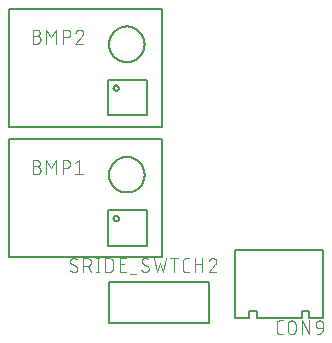
<source format=gbr>
G04 EAGLE Gerber RS-274X export*
G75*
%MOMM*%
%FSLAX34Y34*%
%LPD*%
%INSilkscreen Top*%
%IPPOS*%
%AMOC8*
5,1,8,0,0,1.08239X$1,22.5*%
G01*
%ADD10C,0.127000*%
%ADD11C,0.101600*%


D10*
X12390Y178270D02*
X12390Y78270D01*
X142390Y78270D01*
X142390Y178270D01*
X12390Y178270D01*
X96390Y88270D02*
X129390Y88270D01*
X96390Y88270D02*
X96390Y118270D01*
X129390Y118270D01*
X129390Y88270D01*
X97357Y148270D02*
X97362Y148639D01*
X97375Y149008D01*
X97398Y149376D01*
X97429Y149743D01*
X97470Y150110D01*
X97520Y150476D01*
X97578Y150840D01*
X97646Y151203D01*
X97722Y151564D01*
X97808Y151923D01*
X97902Y152279D01*
X98004Y152634D01*
X98116Y152986D01*
X98236Y153334D01*
X98364Y153680D01*
X98501Y154023D01*
X98647Y154362D01*
X98800Y154697D01*
X98962Y155029D01*
X99132Y155357D01*
X99310Y155680D01*
X99496Y155999D01*
X99689Y156313D01*
X99891Y156622D01*
X100099Y156926D01*
X100315Y157225D01*
X100539Y157519D01*
X100769Y157807D01*
X101007Y158089D01*
X101251Y158366D01*
X101502Y158636D01*
X101760Y158900D01*
X102024Y159158D01*
X102294Y159409D01*
X102571Y159653D01*
X102853Y159891D01*
X103141Y160121D01*
X103435Y160345D01*
X103734Y160561D01*
X104038Y160769D01*
X104347Y160971D01*
X104661Y161164D01*
X104980Y161350D01*
X105303Y161528D01*
X105631Y161698D01*
X105963Y161860D01*
X106298Y162013D01*
X106637Y162159D01*
X106980Y162296D01*
X107326Y162424D01*
X107674Y162544D01*
X108026Y162656D01*
X108381Y162758D01*
X108737Y162852D01*
X109096Y162938D01*
X109457Y163014D01*
X109820Y163082D01*
X110184Y163140D01*
X110550Y163190D01*
X110917Y163231D01*
X111284Y163262D01*
X111652Y163285D01*
X112021Y163298D01*
X112390Y163303D01*
X112759Y163298D01*
X113128Y163285D01*
X113496Y163262D01*
X113863Y163231D01*
X114230Y163190D01*
X114596Y163140D01*
X114960Y163082D01*
X115323Y163014D01*
X115684Y162938D01*
X116043Y162852D01*
X116399Y162758D01*
X116754Y162656D01*
X117106Y162544D01*
X117454Y162424D01*
X117800Y162296D01*
X118143Y162159D01*
X118482Y162013D01*
X118817Y161860D01*
X119149Y161698D01*
X119477Y161528D01*
X119800Y161350D01*
X120119Y161164D01*
X120433Y160971D01*
X120742Y160769D01*
X121046Y160561D01*
X121345Y160345D01*
X121639Y160121D01*
X121927Y159891D01*
X122209Y159653D01*
X122486Y159409D01*
X122756Y159158D01*
X123020Y158900D01*
X123278Y158636D01*
X123529Y158366D01*
X123773Y158089D01*
X124011Y157807D01*
X124241Y157519D01*
X124465Y157225D01*
X124681Y156926D01*
X124889Y156622D01*
X125091Y156313D01*
X125284Y155999D01*
X125470Y155680D01*
X125648Y155357D01*
X125818Y155029D01*
X125980Y154697D01*
X126133Y154362D01*
X126279Y154023D01*
X126416Y153680D01*
X126544Y153334D01*
X126664Y152986D01*
X126776Y152634D01*
X126878Y152279D01*
X126972Y151923D01*
X127058Y151564D01*
X127134Y151203D01*
X127202Y150840D01*
X127260Y150476D01*
X127310Y150110D01*
X127351Y149743D01*
X127382Y149376D01*
X127405Y149008D01*
X127418Y148639D01*
X127423Y148270D01*
X127418Y147901D01*
X127405Y147532D01*
X127382Y147164D01*
X127351Y146797D01*
X127310Y146430D01*
X127260Y146064D01*
X127202Y145700D01*
X127134Y145337D01*
X127058Y144976D01*
X126972Y144617D01*
X126878Y144261D01*
X126776Y143906D01*
X126664Y143554D01*
X126544Y143206D01*
X126416Y142860D01*
X126279Y142517D01*
X126133Y142178D01*
X125980Y141843D01*
X125818Y141511D01*
X125648Y141183D01*
X125470Y140860D01*
X125284Y140541D01*
X125091Y140227D01*
X124889Y139918D01*
X124681Y139614D01*
X124465Y139315D01*
X124241Y139021D01*
X124011Y138733D01*
X123773Y138451D01*
X123529Y138174D01*
X123278Y137904D01*
X123020Y137640D01*
X122756Y137382D01*
X122486Y137131D01*
X122209Y136887D01*
X121927Y136649D01*
X121639Y136419D01*
X121345Y136195D01*
X121046Y135979D01*
X120742Y135771D01*
X120433Y135569D01*
X120119Y135376D01*
X119800Y135190D01*
X119477Y135012D01*
X119149Y134842D01*
X118817Y134680D01*
X118482Y134527D01*
X118143Y134381D01*
X117800Y134244D01*
X117454Y134116D01*
X117106Y133996D01*
X116754Y133884D01*
X116399Y133782D01*
X116043Y133688D01*
X115684Y133602D01*
X115323Y133526D01*
X114960Y133458D01*
X114596Y133400D01*
X114230Y133350D01*
X113863Y133309D01*
X113496Y133278D01*
X113128Y133255D01*
X112759Y133242D01*
X112390Y133237D01*
X112021Y133242D01*
X111652Y133255D01*
X111284Y133278D01*
X110917Y133309D01*
X110550Y133350D01*
X110184Y133400D01*
X109820Y133458D01*
X109457Y133526D01*
X109096Y133602D01*
X108737Y133688D01*
X108381Y133782D01*
X108026Y133884D01*
X107674Y133996D01*
X107326Y134116D01*
X106980Y134244D01*
X106637Y134381D01*
X106298Y134527D01*
X105963Y134680D01*
X105631Y134842D01*
X105303Y135012D01*
X104980Y135190D01*
X104661Y135376D01*
X104347Y135569D01*
X104038Y135771D01*
X103734Y135979D01*
X103435Y136195D01*
X103141Y136419D01*
X102853Y136649D01*
X102571Y136887D01*
X102294Y137131D01*
X102024Y137382D01*
X101760Y137640D01*
X101502Y137904D01*
X101251Y138174D01*
X101007Y138451D01*
X100769Y138733D01*
X100539Y139021D01*
X100315Y139315D01*
X100099Y139614D01*
X99891Y139918D01*
X99689Y140227D01*
X99496Y140541D01*
X99310Y140860D01*
X99132Y141183D01*
X98962Y141511D01*
X98800Y141843D01*
X98647Y142178D01*
X98501Y142517D01*
X98364Y142860D01*
X98236Y143206D01*
X98116Y143554D01*
X98004Y143906D01*
X97902Y144261D01*
X97808Y144617D01*
X97722Y144976D01*
X97646Y145337D01*
X97578Y145700D01*
X97520Y146064D01*
X97470Y146430D01*
X97429Y146797D01*
X97398Y147164D01*
X97375Y147532D01*
X97362Y147901D01*
X97357Y148270D01*
X101154Y111270D02*
X101156Y111364D01*
X101162Y111458D01*
X101172Y111552D01*
X101186Y111645D01*
X101204Y111738D01*
X101225Y111830D01*
X101251Y111920D01*
X101280Y112010D01*
X101313Y112098D01*
X101350Y112185D01*
X101390Y112270D01*
X101434Y112354D01*
X101482Y112435D01*
X101532Y112515D01*
X101587Y112592D01*
X101644Y112667D01*
X101704Y112739D01*
X101768Y112809D01*
X101834Y112876D01*
X101903Y112940D01*
X101975Y113001D01*
X102049Y113059D01*
X102126Y113114D01*
X102205Y113166D01*
X102286Y113214D01*
X102369Y113259D01*
X102453Y113300D01*
X102540Y113338D01*
X102628Y113372D01*
X102717Y113402D01*
X102807Y113429D01*
X102899Y113451D01*
X102991Y113470D01*
X103085Y113485D01*
X103178Y113496D01*
X103272Y113503D01*
X103366Y113506D01*
X103461Y113505D01*
X103555Y113500D01*
X103649Y113491D01*
X103742Y113478D01*
X103835Y113461D01*
X103927Y113441D01*
X104018Y113416D01*
X104108Y113388D01*
X104196Y113356D01*
X104284Y113320D01*
X104369Y113280D01*
X104453Y113237D01*
X104535Y113191D01*
X104615Y113141D01*
X104693Y113087D01*
X104768Y113031D01*
X104841Y112971D01*
X104912Y112908D01*
X104979Y112843D01*
X105044Y112774D01*
X105106Y112703D01*
X105165Y112630D01*
X105221Y112554D01*
X105273Y112475D01*
X105322Y112395D01*
X105368Y112312D01*
X105410Y112228D01*
X105449Y112142D01*
X105484Y112054D01*
X105515Y111965D01*
X105543Y111875D01*
X105566Y111784D01*
X105586Y111692D01*
X105602Y111599D01*
X105614Y111505D01*
X105622Y111411D01*
X105626Y111317D01*
X105626Y111223D01*
X105622Y111129D01*
X105614Y111035D01*
X105602Y110941D01*
X105586Y110848D01*
X105566Y110756D01*
X105543Y110665D01*
X105515Y110575D01*
X105484Y110486D01*
X105449Y110398D01*
X105410Y110312D01*
X105368Y110228D01*
X105322Y110145D01*
X105273Y110065D01*
X105221Y109986D01*
X105165Y109910D01*
X105106Y109837D01*
X105044Y109766D01*
X104979Y109697D01*
X104912Y109632D01*
X104841Y109569D01*
X104768Y109509D01*
X104693Y109453D01*
X104615Y109399D01*
X104535Y109349D01*
X104453Y109303D01*
X104369Y109260D01*
X104284Y109220D01*
X104196Y109184D01*
X104108Y109152D01*
X104018Y109124D01*
X103927Y109099D01*
X103835Y109079D01*
X103742Y109062D01*
X103649Y109049D01*
X103555Y109040D01*
X103461Y109035D01*
X103366Y109034D01*
X103272Y109037D01*
X103178Y109044D01*
X103085Y109055D01*
X102991Y109070D01*
X102899Y109089D01*
X102807Y109111D01*
X102717Y109138D01*
X102628Y109168D01*
X102540Y109202D01*
X102453Y109240D01*
X102369Y109281D01*
X102286Y109326D01*
X102205Y109374D01*
X102126Y109426D01*
X102049Y109481D01*
X101975Y109539D01*
X101903Y109600D01*
X101834Y109664D01*
X101768Y109731D01*
X101704Y109801D01*
X101644Y109873D01*
X101587Y109948D01*
X101532Y110025D01*
X101482Y110105D01*
X101434Y110186D01*
X101390Y110270D01*
X101350Y110355D01*
X101313Y110442D01*
X101280Y110530D01*
X101251Y110620D01*
X101225Y110710D01*
X101204Y110802D01*
X101186Y110895D01*
X101172Y110988D01*
X101162Y111082D01*
X101156Y111176D01*
X101154Y111270D01*
D11*
X36144Y155269D02*
X32898Y155269D01*
X36144Y155270D02*
X36257Y155268D01*
X36370Y155262D01*
X36483Y155252D01*
X36596Y155238D01*
X36708Y155221D01*
X36819Y155199D01*
X36929Y155174D01*
X37039Y155144D01*
X37147Y155111D01*
X37254Y155074D01*
X37360Y155034D01*
X37464Y154989D01*
X37567Y154941D01*
X37668Y154890D01*
X37767Y154835D01*
X37864Y154777D01*
X37959Y154715D01*
X38052Y154650D01*
X38142Y154582D01*
X38230Y154511D01*
X38316Y154436D01*
X38399Y154359D01*
X38479Y154279D01*
X38556Y154196D01*
X38631Y154110D01*
X38702Y154022D01*
X38770Y153932D01*
X38835Y153839D01*
X38897Y153744D01*
X38955Y153647D01*
X39010Y153548D01*
X39061Y153447D01*
X39109Y153344D01*
X39154Y153240D01*
X39194Y153134D01*
X39231Y153027D01*
X39264Y152919D01*
X39294Y152809D01*
X39319Y152699D01*
X39341Y152588D01*
X39358Y152476D01*
X39372Y152363D01*
X39382Y152250D01*
X39388Y152137D01*
X39390Y152024D01*
X39388Y151911D01*
X39382Y151798D01*
X39372Y151685D01*
X39358Y151572D01*
X39341Y151460D01*
X39319Y151349D01*
X39294Y151239D01*
X39264Y151129D01*
X39231Y151021D01*
X39194Y150914D01*
X39154Y150808D01*
X39109Y150704D01*
X39061Y150601D01*
X39010Y150500D01*
X38955Y150401D01*
X38897Y150304D01*
X38835Y150209D01*
X38770Y150116D01*
X38702Y150026D01*
X38631Y149938D01*
X38556Y149852D01*
X38479Y149769D01*
X38399Y149689D01*
X38316Y149612D01*
X38230Y149537D01*
X38142Y149466D01*
X38052Y149398D01*
X37959Y149333D01*
X37864Y149271D01*
X37767Y149213D01*
X37668Y149158D01*
X37567Y149107D01*
X37464Y149059D01*
X37360Y149014D01*
X37254Y148974D01*
X37147Y148937D01*
X37039Y148904D01*
X36929Y148874D01*
X36819Y148849D01*
X36708Y148827D01*
X36596Y148810D01*
X36483Y148796D01*
X36370Y148786D01*
X36257Y148780D01*
X36144Y148778D01*
X32898Y148778D01*
X32898Y160462D01*
X36144Y160462D01*
X36245Y160460D01*
X36345Y160454D01*
X36445Y160444D01*
X36545Y160431D01*
X36644Y160413D01*
X36743Y160392D01*
X36840Y160367D01*
X36937Y160338D01*
X37032Y160305D01*
X37126Y160269D01*
X37218Y160229D01*
X37309Y160186D01*
X37398Y160139D01*
X37485Y160089D01*
X37571Y160035D01*
X37654Y159978D01*
X37734Y159918D01*
X37813Y159855D01*
X37889Y159788D01*
X37962Y159719D01*
X38032Y159647D01*
X38100Y159573D01*
X38165Y159496D01*
X38226Y159416D01*
X38285Y159334D01*
X38340Y159250D01*
X38392Y159164D01*
X38441Y159076D01*
X38486Y158986D01*
X38528Y158894D01*
X38566Y158801D01*
X38600Y158706D01*
X38631Y158611D01*
X38658Y158514D01*
X38681Y158416D01*
X38701Y158317D01*
X38716Y158217D01*
X38728Y158117D01*
X38736Y158017D01*
X38740Y157916D01*
X38740Y157816D01*
X38736Y157715D01*
X38728Y157615D01*
X38716Y157515D01*
X38701Y157415D01*
X38681Y157316D01*
X38658Y157218D01*
X38631Y157121D01*
X38600Y157026D01*
X38566Y156931D01*
X38528Y156838D01*
X38486Y156746D01*
X38441Y156656D01*
X38392Y156568D01*
X38340Y156482D01*
X38285Y156398D01*
X38226Y156316D01*
X38165Y156236D01*
X38100Y156159D01*
X38032Y156085D01*
X37962Y156013D01*
X37889Y155944D01*
X37813Y155877D01*
X37734Y155814D01*
X37654Y155754D01*
X37571Y155697D01*
X37485Y155643D01*
X37398Y155593D01*
X37309Y155546D01*
X37218Y155503D01*
X37126Y155463D01*
X37032Y155427D01*
X36937Y155394D01*
X36840Y155365D01*
X36743Y155340D01*
X36644Y155319D01*
X36545Y155301D01*
X36445Y155288D01*
X36345Y155278D01*
X36245Y155272D01*
X36144Y155270D01*
X44272Y160462D02*
X44272Y148778D01*
X48166Y153971D02*
X44272Y160462D01*
X48166Y153971D02*
X52061Y160462D01*
X52061Y148778D01*
X58044Y148778D02*
X58044Y160462D01*
X61290Y160462D01*
X61403Y160460D01*
X61516Y160454D01*
X61629Y160444D01*
X61742Y160430D01*
X61854Y160413D01*
X61965Y160391D01*
X62075Y160366D01*
X62185Y160336D01*
X62293Y160303D01*
X62400Y160266D01*
X62506Y160226D01*
X62610Y160181D01*
X62713Y160133D01*
X62814Y160082D01*
X62913Y160027D01*
X63010Y159969D01*
X63105Y159907D01*
X63198Y159842D01*
X63288Y159774D01*
X63376Y159703D01*
X63462Y159628D01*
X63545Y159551D01*
X63625Y159471D01*
X63702Y159388D01*
X63777Y159302D01*
X63848Y159214D01*
X63916Y159124D01*
X63981Y159031D01*
X64043Y158936D01*
X64101Y158839D01*
X64156Y158740D01*
X64207Y158639D01*
X64255Y158536D01*
X64300Y158432D01*
X64340Y158326D01*
X64377Y158219D01*
X64410Y158111D01*
X64440Y158001D01*
X64465Y157891D01*
X64487Y157780D01*
X64504Y157668D01*
X64518Y157555D01*
X64528Y157442D01*
X64534Y157329D01*
X64536Y157216D01*
X64534Y157103D01*
X64528Y156990D01*
X64518Y156877D01*
X64504Y156764D01*
X64487Y156652D01*
X64465Y156541D01*
X64440Y156431D01*
X64410Y156321D01*
X64377Y156213D01*
X64340Y156106D01*
X64300Y156000D01*
X64255Y155896D01*
X64207Y155793D01*
X64156Y155692D01*
X64101Y155593D01*
X64043Y155496D01*
X63981Y155401D01*
X63916Y155308D01*
X63848Y155218D01*
X63777Y155130D01*
X63702Y155044D01*
X63625Y154961D01*
X63545Y154881D01*
X63462Y154804D01*
X63376Y154729D01*
X63288Y154658D01*
X63198Y154590D01*
X63105Y154525D01*
X63010Y154463D01*
X62913Y154405D01*
X62814Y154350D01*
X62713Y154299D01*
X62610Y154251D01*
X62506Y154206D01*
X62400Y154166D01*
X62293Y154129D01*
X62185Y154096D01*
X62075Y154066D01*
X61965Y154041D01*
X61854Y154019D01*
X61742Y154002D01*
X61629Y153988D01*
X61516Y153978D01*
X61403Y153972D01*
X61290Y153970D01*
X61290Y153971D02*
X58044Y153971D01*
X68924Y157866D02*
X72169Y160462D01*
X72169Y148778D01*
X68924Y148778D02*
X75415Y148778D01*
D10*
X12390Y188760D02*
X12390Y288760D01*
X12390Y188760D02*
X142390Y188760D01*
X142390Y288760D01*
X12390Y288760D01*
X96390Y198760D02*
X129390Y198760D01*
X96390Y198760D02*
X96390Y228760D01*
X129390Y228760D01*
X129390Y198760D01*
X97357Y258760D02*
X97362Y259129D01*
X97375Y259498D01*
X97398Y259866D01*
X97429Y260233D01*
X97470Y260600D01*
X97520Y260966D01*
X97578Y261330D01*
X97646Y261693D01*
X97722Y262054D01*
X97808Y262413D01*
X97902Y262769D01*
X98004Y263124D01*
X98116Y263476D01*
X98236Y263824D01*
X98364Y264170D01*
X98501Y264513D01*
X98647Y264852D01*
X98800Y265187D01*
X98962Y265519D01*
X99132Y265847D01*
X99310Y266170D01*
X99496Y266489D01*
X99689Y266803D01*
X99891Y267112D01*
X100099Y267416D01*
X100315Y267715D01*
X100539Y268009D01*
X100769Y268297D01*
X101007Y268579D01*
X101251Y268856D01*
X101502Y269126D01*
X101760Y269390D01*
X102024Y269648D01*
X102294Y269899D01*
X102571Y270143D01*
X102853Y270381D01*
X103141Y270611D01*
X103435Y270835D01*
X103734Y271051D01*
X104038Y271259D01*
X104347Y271461D01*
X104661Y271654D01*
X104980Y271840D01*
X105303Y272018D01*
X105631Y272188D01*
X105963Y272350D01*
X106298Y272503D01*
X106637Y272649D01*
X106980Y272786D01*
X107326Y272914D01*
X107674Y273034D01*
X108026Y273146D01*
X108381Y273248D01*
X108737Y273342D01*
X109096Y273428D01*
X109457Y273504D01*
X109820Y273572D01*
X110184Y273630D01*
X110550Y273680D01*
X110917Y273721D01*
X111284Y273752D01*
X111652Y273775D01*
X112021Y273788D01*
X112390Y273793D01*
X112759Y273788D01*
X113128Y273775D01*
X113496Y273752D01*
X113863Y273721D01*
X114230Y273680D01*
X114596Y273630D01*
X114960Y273572D01*
X115323Y273504D01*
X115684Y273428D01*
X116043Y273342D01*
X116399Y273248D01*
X116754Y273146D01*
X117106Y273034D01*
X117454Y272914D01*
X117800Y272786D01*
X118143Y272649D01*
X118482Y272503D01*
X118817Y272350D01*
X119149Y272188D01*
X119477Y272018D01*
X119800Y271840D01*
X120119Y271654D01*
X120433Y271461D01*
X120742Y271259D01*
X121046Y271051D01*
X121345Y270835D01*
X121639Y270611D01*
X121927Y270381D01*
X122209Y270143D01*
X122486Y269899D01*
X122756Y269648D01*
X123020Y269390D01*
X123278Y269126D01*
X123529Y268856D01*
X123773Y268579D01*
X124011Y268297D01*
X124241Y268009D01*
X124465Y267715D01*
X124681Y267416D01*
X124889Y267112D01*
X125091Y266803D01*
X125284Y266489D01*
X125470Y266170D01*
X125648Y265847D01*
X125818Y265519D01*
X125980Y265187D01*
X126133Y264852D01*
X126279Y264513D01*
X126416Y264170D01*
X126544Y263824D01*
X126664Y263476D01*
X126776Y263124D01*
X126878Y262769D01*
X126972Y262413D01*
X127058Y262054D01*
X127134Y261693D01*
X127202Y261330D01*
X127260Y260966D01*
X127310Y260600D01*
X127351Y260233D01*
X127382Y259866D01*
X127405Y259498D01*
X127418Y259129D01*
X127423Y258760D01*
X127418Y258391D01*
X127405Y258022D01*
X127382Y257654D01*
X127351Y257287D01*
X127310Y256920D01*
X127260Y256554D01*
X127202Y256190D01*
X127134Y255827D01*
X127058Y255466D01*
X126972Y255107D01*
X126878Y254751D01*
X126776Y254396D01*
X126664Y254044D01*
X126544Y253696D01*
X126416Y253350D01*
X126279Y253007D01*
X126133Y252668D01*
X125980Y252333D01*
X125818Y252001D01*
X125648Y251673D01*
X125470Y251350D01*
X125284Y251031D01*
X125091Y250717D01*
X124889Y250408D01*
X124681Y250104D01*
X124465Y249805D01*
X124241Y249511D01*
X124011Y249223D01*
X123773Y248941D01*
X123529Y248664D01*
X123278Y248394D01*
X123020Y248130D01*
X122756Y247872D01*
X122486Y247621D01*
X122209Y247377D01*
X121927Y247139D01*
X121639Y246909D01*
X121345Y246685D01*
X121046Y246469D01*
X120742Y246261D01*
X120433Y246059D01*
X120119Y245866D01*
X119800Y245680D01*
X119477Y245502D01*
X119149Y245332D01*
X118817Y245170D01*
X118482Y245017D01*
X118143Y244871D01*
X117800Y244734D01*
X117454Y244606D01*
X117106Y244486D01*
X116754Y244374D01*
X116399Y244272D01*
X116043Y244178D01*
X115684Y244092D01*
X115323Y244016D01*
X114960Y243948D01*
X114596Y243890D01*
X114230Y243840D01*
X113863Y243799D01*
X113496Y243768D01*
X113128Y243745D01*
X112759Y243732D01*
X112390Y243727D01*
X112021Y243732D01*
X111652Y243745D01*
X111284Y243768D01*
X110917Y243799D01*
X110550Y243840D01*
X110184Y243890D01*
X109820Y243948D01*
X109457Y244016D01*
X109096Y244092D01*
X108737Y244178D01*
X108381Y244272D01*
X108026Y244374D01*
X107674Y244486D01*
X107326Y244606D01*
X106980Y244734D01*
X106637Y244871D01*
X106298Y245017D01*
X105963Y245170D01*
X105631Y245332D01*
X105303Y245502D01*
X104980Y245680D01*
X104661Y245866D01*
X104347Y246059D01*
X104038Y246261D01*
X103734Y246469D01*
X103435Y246685D01*
X103141Y246909D01*
X102853Y247139D01*
X102571Y247377D01*
X102294Y247621D01*
X102024Y247872D01*
X101760Y248130D01*
X101502Y248394D01*
X101251Y248664D01*
X101007Y248941D01*
X100769Y249223D01*
X100539Y249511D01*
X100315Y249805D01*
X100099Y250104D01*
X99891Y250408D01*
X99689Y250717D01*
X99496Y251031D01*
X99310Y251350D01*
X99132Y251673D01*
X98962Y252001D01*
X98800Y252333D01*
X98647Y252668D01*
X98501Y253007D01*
X98364Y253350D01*
X98236Y253696D01*
X98116Y254044D01*
X98004Y254396D01*
X97902Y254751D01*
X97808Y255107D01*
X97722Y255466D01*
X97646Y255827D01*
X97578Y256190D01*
X97520Y256554D01*
X97470Y256920D01*
X97429Y257287D01*
X97398Y257654D01*
X97375Y258022D01*
X97362Y258391D01*
X97357Y258760D01*
X101154Y221760D02*
X101156Y221854D01*
X101162Y221948D01*
X101172Y222042D01*
X101186Y222135D01*
X101204Y222228D01*
X101225Y222320D01*
X101251Y222410D01*
X101280Y222500D01*
X101313Y222588D01*
X101350Y222675D01*
X101390Y222760D01*
X101434Y222844D01*
X101482Y222925D01*
X101532Y223005D01*
X101587Y223082D01*
X101644Y223157D01*
X101704Y223229D01*
X101768Y223299D01*
X101834Y223366D01*
X101903Y223430D01*
X101975Y223491D01*
X102049Y223549D01*
X102126Y223604D01*
X102205Y223656D01*
X102286Y223704D01*
X102369Y223749D01*
X102453Y223790D01*
X102540Y223828D01*
X102628Y223862D01*
X102717Y223892D01*
X102807Y223919D01*
X102899Y223941D01*
X102991Y223960D01*
X103085Y223975D01*
X103178Y223986D01*
X103272Y223993D01*
X103366Y223996D01*
X103461Y223995D01*
X103555Y223990D01*
X103649Y223981D01*
X103742Y223968D01*
X103835Y223951D01*
X103927Y223931D01*
X104018Y223906D01*
X104108Y223878D01*
X104196Y223846D01*
X104284Y223810D01*
X104369Y223770D01*
X104453Y223727D01*
X104535Y223681D01*
X104615Y223631D01*
X104693Y223577D01*
X104768Y223521D01*
X104841Y223461D01*
X104912Y223398D01*
X104979Y223333D01*
X105044Y223264D01*
X105106Y223193D01*
X105165Y223120D01*
X105221Y223044D01*
X105273Y222965D01*
X105322Y222885D01*
X105368Y222802D01*
X105410Y222718D01*
X105449Y222632D01*
X105484Y222544D01*
X105515Y222455D01*
X105543Y222365D01*
X105566Y222274D01*
X105586Y222182D01*
X105602Y222089D01*
X105614Y221995D01*
X105622Y221901D01*
X105626Y221807D01*
X105626Y221713D01*
X105622Y221619D01*
X105614Y221525D01*
X105602Y221431D01*
X105586Y221338D01*
X105566Y221246D01*
X105543Y221155D01*
X105515Y221065D01*
X105484Y220976D01*
X105449Y220888D01*
X105410Y220802D01*
X105368Y220718D01*
X105322Y220635D01*
X105273Y220555D01*
X105221Y220476D01*
X105165Y220400D01*
X105106Y220327D01*
X105044Y220256D01*
X104979Y220187D01*
X104912Y220122D01*
X104841Y220059D01*
X104768Y219999D01*
X104693Y219943D01*
X104615Y219889D01*
X104535Y219839D01*
X104453Y219793D01*
X104369Y219750D01*
X104284Y219710D01*
X104196Y219674D01*
X104108Y219642D01*
X104018Y219614D01*
X103927Y219589D01*
X103835Y219569D01*
X103742Y219552D01*
X103649Y219539D01*
X103555Y219530D01*
X103461Y219525D01*
X103366Y219524D01*
X103272Y219527D01*
X103178Y219534D01*
X103085Y219545D01*
X102991Y219560D01*
X102899Y219579D01*
X102807Y219601D01*
X102717Y219628D01*
X102628Y219658D01*
X102540Y219692D01*
X102453Y219730D01*
X102369Y219771D01*
X102286Y219816D01*
X102205Y219864D01*
X102126Y219916D01*
X102049Y219971D01*
X101975Y220029D01*
X101903Y220090D01*
X101834Y220154D01*
X101768Y220221D01*
X101704Y220291D01*
X101644Y220363D01*
X101587Y220438D01*
X101532Y220515D01*
X101482Y220595D01*
X101434Y220676D01*
X101390Y220760D01*
X101350Y220845D01*
X101313Y220932D01*
X101280Y221020D01*
X101251Y221110D01*
X101225Y221200D01*
X101204Y221292D01*
X101186Y221385D01*
X101172Y221478D01*
X101162Y221572D01*
X101156Y221666D01*
X101154Y221760D01*
D11*
X36144Y265759D02*
X32898Y265759D01*
X36144Y265760D02*
X36257Y265758D01*
X36370Y265752D01*
X36483Y265742D01*
X36596Y265728D01*
X36708Y265711D01*
X36819Y265689D01*
X36929Y265664D01*
X37039Y265634D01*
X37147Y265601D01*
X37254Y265564D01*
X37360Y265524D01*
X37464Y265479D01*
X37567Y265431D01*
X37668Y265380D01*
X37767Y265325D01*
X37864Y265267D01*
X37959Y265205D01*
X38052Y265140D01*
X38142Y265072D01*
X38230Y265001D01*
X38316Y264926D01*
X38399Y264849D01*
X38479Y264769D01*
X38556Y264686D01*
X38631Y264600D01*
X38702Y264512D01*
X38770Y264422D01*
X38835Y264329D01*
X38897Y264234D01*
X38955Y264137D01*
X39010Y264038D01*
X39061Y263937D01*
X39109Y263834D01*
X39154Y263730D01*
X39194Y263624D01*
X39231Y263517D01*
X39264Y263409D01*
X39294Y263299D01*
X39319Y263189D01*
X39341Y263078D01*
X39358Y262966D01*
X39372Y262853D01*
X39382Y262740D01*
X39388Y262627D01*
X39390Y262514D01*
X39388Y262401D01*
X39382Y262288D01*
X39372Y262175D01*
X39358Y262062D01*
X39341Y261950D01*
X39319Y261839D01*
X39294Y261729D01*
X39264Y261619D01*
X39231Y261511D01*
X39194Y261404D01*
X39154Y261298D01*
X39109Y261194D01*
X39061Y261091D01*
X39010Y260990D01*
X38955Y260891D01*
X38897Y260794D01*
X38835Y260699D01*
X38770Y260606D01*
X38702Y260516D01*
X38631Y260428D01*
X38556Y260342D01*
X38479Y260259D01*
X38399Y260179D01*
X38316Y260102D01*
X38230Y260027D01*
X38142Y259956D01*
X38052Y259888D01*
X37959Y259823D01*
X37864Y259761D01*
X37767Y259703D01*
X37668Y259648D01*
X37567Y259597D01*
X37464Y259549D01*
X37360Y259504D01*
X37254Y259464D01*
X37147Y259427D01*
X37039Y259394D01*
X36929Y259364D01*
X36819Y259339D01*
X36708Y259317D01*
X36596Y259300D01*
X36483Y259286D01*
X36370Y259276D01*
X36257Y259270D01*
X36144Y259268D01*
X32898Y259268D01*
X32898Y270952D01*
X36144Y270952D01*
X36245Y270950D01*
X36345Y270944D01*
X36445Y270934D01*
X36545Y270921D01*
X36644Y270903D01*
X36743Y270882D01*
X36840Y270857D01*
X36937Y270828D01*
X37032Y270795D01*
X37126Y270759D01*
X37218Y270719D01*
X37309Y270676D01*
X37398Y270629D01*
X37485Y270579D01*
X37571Y270525D01*
X37654Y270468D01*
X37734Y270408D01*
X37813Y270345D01*
X37889Y270278D01*
X37962Y270209D01*
X38032Y270137D01*
X38100Y270063D01*
X38165Y269986D01*
X38226Y269906D01*
X38285Y269824D01*
X38340Y269740D01*
X38392Y269654D01*
X38441Y269566D01*
X38486Y269476D01*
X38528Y269384D01*
X38566Y269291D01*
X38600Y269196D01*
X38631Y269101D01*
X38658Y269004D01*
X38681Y268906D01*
X38701Y268807D01*
X38716Y268707D01*
X38728Y268607D01*
X38736Y268507D01*
X38740Y268406D01*
X38740Y268306D01*
X38736Y268205D01*
X38728Y268105D01*
X38716Y268005D01*
X38701Y267905D01*
X38681Y267806D01*
X38658Y267708D01*
X38631Y267611D01*
X38600Y267516D01*
X38566Y267421D01*
X38528Y267328D01*
X38486Y267236D01*
X38441Y267146D01*
X38392Y267058D01*
X38340Y266972D01*
X38285Y266888D01*
X38226Y266806D01*
X38165Y266726D01*
X38100Y266649D01*
X38032Y266575D01*
X37962Y266503D01*
X37889Y266434D01*
X37813Y266367D01*
X37734Y266304D01*
X37654Y266244D01*
X37571Y266187D01*
X37485Y266133D01*
X37398Y266083D01*
X37309Y266036D01*
X37218Y265993D01*
X37126Y265953D01*
X37032Y265917D01*
X36937Y265884D01*
X36840Y265855D01*
X36743Y265830D01*
X36644Y265809D01*
X36545Y265791D01*
X36445Y265778D01*
X36345Y265768D01*
X36245Y265762D01*
X36144Y265760D01*
X44272Y270952D02*
X44272Y259268D01*
X48166Y264461D02*
X44272Y270952D01*
X48166Y264461D02*
X52061Y270952D01*
X52061Y259268D01*
X58044Y259268D02*
X58044Y270952D01*
X61290Y270952D01*
X61403Y270950D01*
X61516Y270944D01*
X61629Y270934D01*
X61742Y270920D01*
X61854Y270903D01*
X61965Y270881D01*
X62075Y270856D01*
X62185Y270826D01*
X62293Y270793D01*
X62400Y270756D01*
X62506Y270716D01*
X62610Y270671D01*
X62713Y270623D01*
X62814Y270572D01*
X62913Y270517D01*
X63010Y270459D01*
X63105Y270397D01*
X63198Y270332D01*
X63288Y270264D01*
X63376Y270193D01*
X63462Y270118D01*
X63545Y270041D01*
X63625Y269961D01*
X63702Y269878D01*
X63777Y269792D01*
X63848Y269704D01*
X63916Y269614D01*
X63981Y269521D01*
X64043Y269426D01*
X64101Y269329D01*
X64156Y269230D01*
X64207Y269129D01*
X64255Y269026D01*
X64300Y268922D01*
X64340Y268816D01*
X64377Y268709D01*
X64410Y268601D01*
X64440Y268491D01*
X64465Y268381D01*
X64487Y268270D01*
X64504Y268158D01*
X64518Y268045D01*
X64528Y267932D01*
X64534Y267819D01*
X64536Y267706D01*
X64534Y267593D01*
X64528Y267480D01*
X64518Y267367D01*
X64504Y267254D01*
X64487Y267142D01*
X64465Y267031D01*
X64440Y266921D01*
X64410Y266811D01*
X64377Y266703D01*
X64340Y266596D01*
X64300Y266490D01*
X64255Y266386D01*
X64207Y266283D01*
X64156Y266182D01*
X64101Y266083D01*
X64043Y265986D01*
X63981Y265891D01*
X63916Y265798D01*
X63848Y265708D01*
X63777Y265620D01*
X63702Y265534D01*
X63625Y265451D01*
X63545Y265371D01*
X63462Y265294D01*
X63376Y265219D01*
X63288Y265148D01*
X63198Y265080D01*
X63105Y265015D01*
X63010Y264953D01*
X62913Y264895D01*
X62814Y264840D01*
X62713Y264789D01*
X62610Y264741D01*
X62506Y264696D01*
X62400Y264656D01*
X62293Y264619D01*
X62185Y264586D01*
X62075Y264556D01*
X61965Y264531D01*
X61854Y264509D01*
X61742Y264492D01*
X61629Y264478D01*
X61516Y264468D01*
X61403Y264462D01*
X61290Y264460D01*
X61290Y264461D02*
X58044Y264461D01*
X72494Y270952D02*
X72601Y270950D01*
X72707Y270944D01*
X72813Y270934D01*
X72919Y270921D01*
X73025Y270903D01*
X73129Y270882D01*
X73233Y270857D01*
X73336Y270828D01*
X73437Y270796D01*
X73537Y270759D01*
X73636Y270719D01*
X73734Y270676D01*
X73830Y270629D01*
X73924Y270578D01*
X74016Y270524D01*
X74106Y270467D01*
X74194Y270407D01*
X74279Y270343D01*
X74362Y270276D01*
X74443Y270206D01*
X74521Y270134D01*
X74597Y270058D01*
X74669Y269980D01*
X74739Y269899D01*
X74806Y269816D01*
X74870Y269731D01*
X74930Y269643D01*
X74987Y269553D01*
X75041Y269461D01*
X75092Y269367D01*
X75139Y269271D01*
X75182Y269173D01*
X75222Y269074D01*
X75259Y268974D01*
X75291Y268873D01*
X75320Y268770D01*
X75345Y268666D01*
X75366Y268562D01*
X75384Y268456D01*
X75397Y268350D01*
X75407Y268244D01*
X75413Y268138D01*
X75415Y268031D01*
X72494Y270952D02*
X72373Y270950D01*
X72252Y270944D01*
X72132Y270934D01*
X72011Y270921D01*
X71892Y270903D01*
X71772Y270882D01*
X71654Y270857D01*
X71537Y270828D01*
X71420Y270795D01*
X71305Y270759D01*
X71191Y270718D01*
X71078Y270675D01*
X70966Y270627D01*
X70857Y270576D01*
X70749Y270521D01*
X70642Y270463D01*
X70538Y270402D01*
X70436Y270337D01*
X70336Y270269D01*
X70238Y270198D01*
X70142Y270124D01*
X70049Y270047D01*
X69959Y269966D01*
X69871Y269883D01*
X69786Y269797D01*
X69703Y269708D01*
X69624Y269617D01*
X69547Y269523D01*
X69474Y269427D01*
X69404Y269329D01*
X69337Y269228D01*
X69273Y269125D01*
X69213Y269020D01*
X69156Y268913D01*
X69102Y268805D01*
X69052Y268695D01*
X69006Y268583D01*
X68963Y268470D01*
X68924Y268355D01*
X74441Y265759D02*
X74520Y265836D01*
X74596Y265917D01*
X74669Y266000D01*
X74739Y266085D01*
X74806Y266173D01*
X74870Y266263D01*
X74930Y266355D01*
X74987Y266450D01*
X75041Y266546D01*
X75092Y266644D01*
X75139Y266744D01*
X75183Y266846D01*
X75223Y266949D01*
X75259Y267053D01*
X75291Y267159D01*
X75320Y267265D01*
X75345Y267373D01*
X75367Y267481D01*
X75384Y267591D01*
X75398Y267700D01*
X75407Y267810D01*
X75413Y267921D01*
X75415Y268031D01*
X74441Y265759D02*
X68924Y259268D01*
X75415Y259268D01*
D10*
X266700Y27300D02*
X278500Y27300D01*
X204100Y27300D02*
X204100Y84800D01*
X278500Y84800D01*
X278500Y27300D01*
X266700Y27300D02*
X266700Y33020D01*
X260350Y33020D01*
X260350Y27300D01*
X222250Y27300D02*
X222250Y33020D01*
X215900Y33020D01*
X215900Y27300D01*
X204100Y27300D01*
X222250Y27300D02*
X260350Y27300D01*
D11*
X244414Y13208D02*
X241817Y13208D01*
X241718Y13210D01*
X241618Y13216D01*
X241519Y13225D01*
X241421Y13238D01*
X241323Y13255D01*
X241225Y13276D01*
X241129Y13301D01*
X241034Y13329D01*
X240940Y13361D01*
X240847Y13396D01*
X240755Y13435D01*
X240665Y13478D01*
X240577Y13523D01*
X240490Y13573D01*
X240406Y13625D01*
X240323Y13681D01*
X240243Y13739D01*
X240165Y13801D01*
X240090Y13866D01*
X240017Y13934D01*
X239947Y14004D01*
X239879Y14077D01*
X239814Y14152D01*
X239752Y14230D01*
X239694Y14310D01*
X239638Y14393D01*
X239586Y14477D01*
X239536Y14564D01*
X239491Y14652D01*
X239448Y14742D01*
X239409Y14834D01*
X239374Y14927D01*
X239342Y15021D01*
X239314Y15116D01*
X239289Y15212D01*
X239268Y15310D01*
X239251Y15408D01*
X239238Y15506D01*
X239229Y15605D01*
X239223Y15705D01*
X239221Y15804D01*
X239221Y22296D01*
X239223Y22395D01*
X239229Y22495D01*
X239238Y22594D01*
X239251Y22692D01*
X239268Y22790D01*
X239289Y22888D01*
X239314Y22984D01*
X239342Y23079D01*
X239374Y23173D01*
X239409Y23266D01*
X239448Y23358D01*
X239491Y23448D01*
X239536Y23536D01*
X239586Y23623D01*
X239638Y23707D01*
X239694Y23790D01*
X239752Y23870D01*
X239814Y23948D01*
X239879Y24023D01*
X239947Y24096D01*
X240017Y24166D01*
X240090Y24234D01*
X240165Y24299D01*
X240243Y24361D01*
X240323Y24419D01*
X240406Y24475D01*
X240490Y24527D01*
X240577Y24577D01*
X240665Y24622D01*
X240755Y24665D01*
X240847Y24704D01*
X240939Y24739D01*
X241034Y24771D01*
X241129Y24799D01*
X241225Y24824D01*
X241323Y24845D01*
X241421Y24862D01*
X241519Y24875D01*
X241618Y24884D01*
X241718Y24890D01*
X241817Y24892D01*
X244414Y24892D01*
X248779Y21646D02*
X248779Y16454D01*
X248779Y21646D02*
X248781Y21759D01*
X248787Y21872D01*
X248797Y21985D01*
X248811Y22098D01*
X248828Y22210D01*
X248850Y22321D01*
X248875Y22431D01*
X248905Y22541D01*
X248938Y22649D01*
X248975Y22756D01*
X249015Y22862D01*
X249060Y22966D01*
X249108Y23069D01*
X249159Y23170D01*
X249214Y23269D01*
X249272Y23366D01*
X249334Y23461D01*
X249399Y23554D01*
X249467Y23644D01*
X249538Y23732D01*
X249613Y23818D01*
X249690Y23901D01*
X249770Y23981D01*
X249853Y24058D01*
X249939Y24133D01*
X250027Y24204D01*
X250117Y24272D01*
X250210Y24337D01*
X250305Y24399D01*
X250402Y24457D01*
X250501Y24512D01*
X250602Y24563D01*
X250705Y24611D01*
X250809Y24656D01*
X250915Y24696D01*
X251022Y24733D01*
X251130Y24766D01*
X251240Y24796D01*
X251350Y24821D01*
X251461Y24843D01*
X251573Y24860D01*
X251686Y24874D01*
X251799Y24884D01*
X251912Y24890D01*
X252025Y24892D01*
X252138Y24890D01*
X252251Y24884D01*
X252364Y24874D01*
X252477Y24860D01*
X252589Y24843D01*
X252700Y24821D01*
X252810Y24796D01*
X252920Y24766D01*
X253028Y24733D01*
X253135Y24696D01*
X253241Y24656D01*
X253345Y24611D01*
X253448Y24563D01*
X253549Y24512D01*
X253648Y24457D01*
X253745Y24399D01*
X253840Y24337D01*
X253933Y24272D01*
X254023Y24204D01*
X254111Y24133D01*
X254197Y24058D01*
X254280Y23981D01*
X254360Y23901D01*
X254437Y23818D01*
X254512Y23732D01*
X254583Y23644D01*
X254651Y23554D01*
X254716Y23461D01*
X254778Y23366D01*
X254836Y23269D01*
X254891Y23170D01*
X254942Y23069D01*
X254990Y22966D01*
X255035Y22862D01*
X255075Y22756D01*
X255112Y22649D01*
X255145Y22541D01*
X255175Y22431D01*
X255200Y22321D01*
X255222Y22210D01*
X255239Y22098D01*
X255253Y21985D01*
X255263Y21872D01*
X255269Y21759D01*
X255271Y21646D01*
X255270Y21646D02*
X255270Y16454D01*
X255271Y16454D02*
X255269Y16341D01*
X255263Y16228D01*
X255253Y16115D01*
X255239Y16002D01*
X255222Y15890D01*
X255200Y15779D01*
X255175Y15669D01*
X255145Y15559D01*
X255112Y15451D01*
X255075Y15344D01*
X255035Y15238D01*
X254990Y15134D01*
X254942Y15031D01*
X254891Y14930D01*
X254836Y14831D01*
X254778Y14734D01*
X254716Y14639D01*
X254651Y14546D01*
X254583Y14456D01*
X254512Y14368D01*
X254437Y14282D01*
X254360Y14199D01*
X254280Y14119D01*
X254197Y14042D01*
X254111Y13967D01*
X254023Y13896D01*
X253933Y13828D01*
X253840Y13763D01*
X253745Y13701D01*
X253648Y13643D01*
X253549Y13588D01*
X253448Y13537D01*
X253345Y13489D01*
X253241Y13444D01*
X253135Y13404D01*
X253028Y13367D01*
X252920Y13334D01*
X252810Y13304D01*
X252700Y13279D01*
X252589Y13257D01*
X252477Y13240D01*
X252364Y13226D01*
X252251Y13216D01*
X252138Y13210D01*
X252025Y13208D01*
X251912Y13210D01*
X251799Y13216D01*
X251686Y13226D01*
X251573Y13240D01*
X251461Y13257D01*
X251350Y13279D01*
X251240Y13304D01*
X251130Y13334D01*
X251022Y13367D01*
X250915Y13404D01*
X250809Y13444D01*
X250705Y13489D01*
X250602Y13537D01*
X250501Y13588D01*
X250402Y13643D01*
X250305Y13701D01*
X250210Y13763D01*
X250117Y13828D01*
X250027Y13896D01*
X249939Y13967D01*
X249853Y14042D01*
X249770Y14119D01*
X249690Y14199D01*
X249613Y14282D01*
X249538Y14368D01*
X249467Y14456D01*
X249399Y14546D01*
X249334Y14639D01*
X249272Y14734D01*
X249214Y14831D01*
X249159Y14930D01*
X249108Y15031D01*
X249060Y15134D01*
X249015Y15238D01*
X248975Y15344D01*
X248938Y15451D01*
X248905Y15559D01*
X248875Y15669D01*
X248850Y15779D01*
X248828Y15890D01*
X248811Y16002D01*
X248797Y16115D01*
X248787Y16228D01*
X248781Y16341D01*
X248779Y16454D01*
X260590Y13208D02*
X260590Y24892D01*
X267081Y13208D01*
X267081Y24892D01*
X274997Y18401D02*
X278892Y18401D01*
X274997Y18401D02*
X274898Y18403D01*
X274798Y18409D01*
X274699Y18418D01*
X274601Y18431D01*
X274503Y18448D01*
X274405Y18469D01*
X274309Y18494D01*
X274214Y18522D01*
X274120Y18554D01*
X274027Y18589D01*
X273935Y18628D01*
X273845Y18671D01*
X273757Y18716D01*
X273670Y18766D01*
X273586Y18818D01*
X273503Y18874D01*
X273423Y18932D01*
X273345Y18994D01*
X273270Y19059D01*
X273197Y19127D01*
X273127Y19197D01*
X273059Y19270D01*
X272994Y19345D01*
X272932Y19423D01*
X272874Y19503D01*
X272818Y19586D01*
X272766Y19670D01*
X272716Y19757D01*
X272671Y19845D01*
X272628Y19935D01*
X272589Y20027D01*
X272554Y20120D01*
X272522Y20214D01*
X272494Y20309D01*
X272469Y20405D01*
X272448Y20503D01*
X272431Y20601D01*
X272418Y20699D01*
X272409Y20798D01*
X272403Y20898D01*
X272401Y20997D01*
X272401Y21646D01*
X272400Y21646D02*
X272402Y21759D01*
X272408Y21872D01*
X272418Y21985D01*
X272432Y22098D01*
X272449Y22210D01*
X272471Y22321D01*
X272496Y22431D01*
X272526Y22541D01*
X272559Y22649D01*
X272596Y22756D01*
X272636Y22862D01*
X272681Y22966D01*
X272729Y23069D01*
X272780Y23170D01*
X272835Y23269D01*
X272893Y23366D01*
X272955Y23461D01*
X273020Y23554D01*
X273088Y23644D01*
X273159Y23732D01*
X273234Y23818D01*
X273311Y23901D01*
X273391Y23981D01*
X273474Y24058D01*
X273560Y24133D01*
X273648Y24204D01*
X273738Y24272D01*
X273831Y24337D01*
X273926Y24399D01*
X274023Y24457D01*
X274122Y24512D01*
X274223Y24563D01*
X274326Y24611D01*
X274430Y24656D01*
X274536Y24696D01*
X274643Y24733D01*
X274751Y24766D01*
X274861Y24796D01*
X274971Y24821D01*
X275082Y24843D01*
X275194Y24860D01*
X275307Y24874D01*
X275420Y24884D01*
X275533Y24890D01*
X275646Y24892D01*
X275759Y24890D01*
X275872Y24884D01*
X275985Y24874D01*
X276098Y24860D01*
X276210Y24843D01*
X276321Y24821D01*
X276431Y24796D01*
X276541Y24766D01*
X276649Y24733D01*
X276756Y24696D01*
X276862Y24656D01*
X276966Y24611D01*
X277069Y24563D01*
X277170Y24512D01*
X277269Y24457D01*
X277366Y24399D01*
X277461Y24337D01*
X277554Y24272D01*
X277644Y24204D01*
X277732Y24133D01*
X277818Y24058D01*
X277901Y23981D01*
X277981Y23901D01*
X278058Y23818D01*
X278133Y23732D01*
X278204Y23644D01*
X278272Y23554D01*
X278337Y23461D01*
X278399Y23366D01*
X278457Y23269D01*
X278512Y23170D01*
X278563Y23069D01*
X278611Y22966D01*
X278656Y22862D01*
X278696Y22756D01*
X278733Y22649D01*
X278766Y22541D01*
X278796Y22431D01*
X278821Y22321D01*
X278843Y22210D01*
X278860Y22098D01*
X278874Y21985D01*
X278884Y21872D01*
X278890Y21759D01*
X278892Y21646D01*
X278892Y18401D01*
X278890Y18258D01*
X278884Y18115D01*
X278874Y17972D01*
X278860Y17830D01*
X278843Y17688D01*
X278821Y17546D01*
X278796Y17405D01*
X278766Y17265D01*
X278733Y17126D01*
X278696Y16988D01*
X278655Y16851D01*
X278611Y16715D01*
X278562Y16580D01*
X278510Y16447D01*
X278455Y16315D01*
X278395Y16185D01*
X278332Y16056D01*
X278266Y15929D01*
X278196Y15804D01*
X278123Y15682D01*
X278046Y15561D01*
X277966Y15442D01*
X277883Y15326D01*
X277797Y15211D01*
X277708Y15100D01*
X277615Y14990D01*
X277520Y14884D01*
X277421Y14780D01*
X277320Y14679D01*
X277216Y14580D01*
X277110Y14485D01*
X277000Y14392D01*
X276889Y14303D01*
X276774Y14217D01*
X276658Y14134D01*
X276539Y14054D01*
X276418Y13977D01*
X276296Y13904D01*
X276171Y13834D01*
X276044Y13768D01*
X275915Y13705D01*
X275785Y13645D01*
X275653Y13590D01*
X275520Y13538D01*
X275385Y13489D01*
X275249Y13445D01*
X275112Y13404D01*
X274974Y13367D01*
X274835Y13334D01*
X274695Y13304D01*
X274554Y13279D01*
X274412Y13257D01*
X274270Y13240D01*
X274128Y13226D01*
X273985Y13216D01*
X273842Y13210D01*
X273699Y13208D01*
D10*
X182200Y22500D02*
X182200Y57500D01*
X182200Y22500D02*
X97200Y22500D01*
X97200Y57500D01*
X182200Y57500D01*
D11*
X70499Y68504D02*
X70497Y68405D01*
X70491Y68305D01*
X70482Y68206D01*
X70469Y68108D01*
X70452Y68010D01*
X70431Y67912D01*
X70406Y67816D01*
X70378Y67721D01*
X70346Y67627D01*
X70311Y67534D01*
X70272Y67442D01*
X70229Y67352D01*
X70184Y67264D01*
X70134Y67177D01*
X70082Y67093D01*
X70026Y67010D01*
X69968Y66930D01*
X69906Y66852D01*
X69841Y66777D01*
X69773Y66704D01*
X69703Y66634D01*
X69630Y66566D01*
X69555Y66501D01*
X69477Y66439D01*
X69397Y66381D01*
X69314Y66325D01*
X69230Y66273D01*
X69143Y66223D01*
X69055Y66178D01*
X68965Y66135D01*
X68873Y66096D01*
X68780Y66061D01*
X68686Y66029D01*
X68591Y66001D01*
X68495Y65976D01*
X68397Y65955D01*
X68299Y65938D01*
X68201Y65925D01*
X68102Y65916D01*
X68002Y65910D01*
X67903Y65908D01*
X67759Y65910D01*
X67614Y65916D01*
X67470Y65925D01*
X67327Y65938D01*
X67183Y65955D01*
X67040Y65976D01*
X66898Y66001D01*
X66757Y66029D01*
X66616Y66061D01*
X66476Y66097D01*
X66337Y66136D01*
X66199Y66179D01*
X66063Y66226D01*
X65927Y66276D01*
X65793Y66330D01*
X65661Y66387D01*
X65530Y66448D01*
X65401Y66512D01*
X65273Y66580D01*
X65147Y66650D01*
X65023Y66725D01*
X64902Y66802D01*
X64782Y66883D01*
X64664Y66966D01*
X64549Y67053D01*
X64436Y67143D01*
X64325Y67236D01*
X64217Y67331D01*
X64111Y67430D01*
X64008Y67531D01*
X64333Y74996D02*
X64335Y75095D01*
X64341Y75195D01*
X64350Y75294D01*
X64363Y75392D01*
X64380Y75490D01*
X64401Y75588D01*
X64426Y75684D01*
X64454Y75779D01*
X64486Y75873D01*
X64521Y75966D01*
X64560Y76058D01*
X64603Y76148D01*
X64648Y76236D01*
X64698Y76323D01*
X64750Y76407D01*
X64806Y76490D01*
X64864Y76570D01*
X64926Y76648D01*
X64991Y76723D01*
X65059Y76796D01*
X65129Y76866D01*
X65202Y76934D01*
X65277Y76999D01*
X65355Y77061D01*
X65435Y77119D01*
X65518Y77175D01*
X65602Y77227D01*
X65689Y77277D01*
X65777Y77322D01*
X65867Y77365D01*
X65959Y77404D01*
X66052Y77439D01*
X66146Y77471D01*
X66241Y77499D01*
X66338Y77524D01*
X66435Y77545D01*
X66533Y77562D01*
X66631Y77575D01*
X66730Y77584D01*
X66830Y77590D01*
X66929Y77592D01*
X67065Y77590D01*
X67201Y77584D01*
X67337Y77575D01*
X67473Y77562D01*
X67608Y77544D01*
X67742Y77524D01*
X67876Y77499D01*
X68010Y77471D01*
X68142Y77438D01*
X68273Y77403D01*
X68404Y77363D01*
X68533Y77320D01*
X68661Y77274D01*
X68787Y77223D01*
X68913Y77170D01*
X69036Y77112D01*
X69158Y77052D01*
X69278Y76988D01*
X69397Y76920D01*
X69513Y76850D01*
X69627Y76776D01*
X69740Y76699D01*
X69850Y76618D01*
X65631Y72724D02*
X65545Y72777D01*
X65461Y72834D01*
X65379Y72893D01*
X65299Y72956D01*
X65222Y73022D01*
X65147Y73090D01*
X65075Y73162D01*
X65006Y73236D01*
X64940Y73313D01*
X64877Y73392D01*
X64817Y73474D01*
X64760Y73558D01*
X64706Y73644D01*
X64656Y73732D01*
X64609Y73822D01*
X64565Y73913D01*
X64526Y74007D01*
X64489Y74101D01*
X64457Y74197D01*
X64428Y74295D01*
X64403Y74393D01*
X64382Y74492D01*
X64364Y74592D01*
X64351Y74692D01*
X64341Y74793D01*
X64335Y74895D01*
X64333Y74996D01*
X69201Y70776D02*
X69287Y70723D01*
X69371Y70666D01*
X69453Y70607D01*
X69533Y70544D01*
X69610Y70478D01*
X69685Y70410D01*
X69757Y70338D01*
X69826Y70264D01*
X69892Y70187D01*
X69955Y70108D01*
X70015Y70026D01*
X70072Y69942D01*
X70126Y69856D01*
X70176Y69768D01*
X70223Y69678D01*
X70267Y69587D01*
X70306Y69493D01*
X70343Y69399D01*
X70375Y69303D01*
X70404Y69205D01*
X70429Y69107D01*
X70450Y69008D01*
X70468Y68908D01*
X70481Y68808D01*
X70491Y68707D01*
X70497Y68605D01*
X70499Y68504D01*
X69201Y70776D02*
X65631Y72724D01*
X75512Y77592D02*
X75512Y65908D01*
X75512Y77592D02*
X78757Y77592D01*
X78870Y77590D01*
X78983Y77584D01*
X79096Y77574D01*
X79209Y77560D01*
X79321Y77543D01*
X79432Y77521D01*
X79542Y77496D01*
X79652Y77466D01*
X79760Y77433D01*
X79867Y77396D01*
X79973Y77356D01*
X80077Y77311D01*
X80180Y77263D01*
X80281Y77212D01*
X80380Y77157D01*
X80477Y77099D01*
X80572Y77037D01*
X80665Y76972D01*
X80755Y76904D01*
X80843Y76833D01*
X80929Y76758D01*
X81012Y76681D01*
X81092Y76601D01*
X81169Y76518D01*
X81244Y76432D01*
X81315Y76344D01*
X81383Y76254D01*
X81448Y76161D01*
X81510Y76066D01*
X81568Y75969D01*
X81623Y75870D01*
X81674Y75769D01*
X81722Y75666D01*
X81767Y75562D01*
X81807Y75456D01*
X81844Y75349D01*
X81877Y75241D01*
X81907Y75131D01*
X81932Y75021D01*
X81954Y74910D01*
X81971Y74798D01*
X81985Y74685D01*
X81995Y74572D01*
X82001Y74459D01*
X82003Y74346D01*
X82001Y74233D01*
X81995Y74120D01*
X81985Y74007D01*
X81971Y73894D01*
X81954Y73782D01*
X81932Y73671D01*
X81907Y73561D01*
X81877Y73451D01*
X81844Y73343D01*
X81807Y73236D01*
X81767Y73130D01*
X81722Y73026D01*
X81674Y72923D01*
X81623Y72822D01*
X81568Y72723D01*
X81510Y72626D01*
X81448Y72531D01*
X81383Y72438D01*
X81315Y72348D01*
X81244Y72260D01*
X81169Y72174D01*
X81092Y72091D01*
X81012Y72011D01*
X80929Y71934D01*
X80843Y71859D01*
X80755Y71788D01*
X80665Y71720D01*
X80572Y71655D01*
X80477Y71593D01*
X80380Y71535D01*
X80281Y71480D01*
X80180Y71429D01*
X80077Y71381D01*
X79973Y71336D01*
X79867Y71296D01*
X79760Y71259D01*
X79652Y71226D01*
X79542Y71196D01*
X79432Y71171D01*
X79321Y71149D01*
X79209Y71132D01*
X79096Y71118D01*
X78983Y71108D01*
X78870Y71102D01*
X78757Y71100D01*
X78757Y71101D02*
X75512Y71101D01*
X79406Y71101D02*
X82003Y65908D01*
X87828Y65908D02*
X87828Y77592D01*
X86529Y65908D02*
X89126Y65908D01*
X89126Y77592D02*
X86529Y77592D01*
X94107Y77592D02*
X94107Y65908D01*
X94107Y77592D02*
X97352Y77592D01*
X97465Y77590D01*
X97578Y77584D01*
X97691Y77574D01*
X97804Y77560D01*
X97916Y77543D01*
X98027Y77521D01*
X98137Y77496D01*
X98247Y77466D01*
X98355Y77433D01*
X98462Y77396D01*
X98568Y77356D01*
X98672Y77311D01*
X98775Y77263D01*
X98876Y77212D01*
X98975Y77157D01*
X99072Y77099D01*
X99167Y77037D01*
X99260Y76972D01*
X99350Y76904D01*
X99438Y76833D01*
X99524Y76758D01*
X99607Y76681D01*
X99687Y76601D01*
X99764Y76518D01*
X99839Y76432D01*
X99910Y76344D01*
X99978Y76254D01*
X100043Y76161D01*
X100105Y76066D01*
X100163Y75969D01*
X100218Y75870D01*
X100269Y75769D01*
X100317Y75666D01*
X100362Y75562D01*
X100402Y75456D01*
X100439Y75349D01*
X100472Y75241D01*
X100502Y75131D01*
X100527Y75021D01*
X100549Y74910D01*
X100566Y74798D01*
X100580Y74685D01*
X100590Y74572D01*
X100596Y74459D01*
X100598Y74346D01*
X100598Y69154D01*
X100599Y69154D02*
X100597Y69041D01*
X100591Y68928D01*
X100581Y68815D01*
X100567Y68702D01*
X100550Y68590D01*
X100528Y68479D01*
X100503Y68369D01*
X100473Y68259D01*
X100440Y68151D01*
X100403Y68044D01*
X100363Y67938D01*
X100318Y67834D01*
X100270Y67731D01*
X100219Y67630D01*
X100164Y67531D01*
X100106Y67434D01*
X100044Y67339D01*
X99979Y67246D01*
X99911Y67156D01*
X99840Y67068D01*
X99765Y66982D01*
X99688Y66899D01*
X99608Y66819D01*
X99525Y66742D01*
X99439Y66667D01*
X99351Y66596D01*
X99261Y66528D01*
X99168Y66463D01*
X99073Y66401D01*
X98976Y66343D01*
X98877Y66288D01*
X98776Y66237D01*
X98673Y66189D01*
X98569Y66144D01*
X98463Y66104D01*
X98356Y66067D01*
X98248Y66034D01*
X98138Y66004D01*
X98028Y65979D01*
X97917Y65957D01*
X97805Y65940D01*
X97692Y65926D01*
X97579Y65916D01*
X97466Y65910D01*
X97353Y65908D01*
X97352Y65908D02*
X94107Y65908D01*
X106322Y65908D02*
X111514Y65908D01*
X106322Y65908D02*
X106322Y77592D01*
X111514Y77592D01*
X110216Y72399D02*
X106322Y72399D01*
X115330Y64610D02*
X120523Y64610D01*
X128482Y65908D02*
X128581Y65910D01*
X128681Y65916D01*
X128780Y65925D01*
X128878Y65938D01*
X128976Y65955D01*
X129074Y65976D01*
X129170Y66001D01*
X129265Y66029D01*
X129359Y66061D01*
X129452Y66096D01*
X129544Y66135D01*
X129634Y66178D01*
X129722Y66223D01*
X129809Y66273D01*
X129893Y66325D01*
X129976Y66381D01*
X130056Y66439D01*
X130134Y66501D01*
X130209Y66566D01*
X130282Y66634D01*
X130352Y66704D01*
X130420Y66777D01*
X130485Y66852D01*
X130547Y66930D01*
X130605Y67010D01*
X130661Y67093D01*
X130713Y67177D01*
X130763Y67264D01*
X130808Y67352D01*
X130851Y67442D01*
X130890Y67534D01*
X130925Y67627D01*
X130957Y67721D01*
X130985Y67816D01*
X131010Y67912D01*
X131031Y68010D01*
X131048Y68108D01*
X131061Y68206D01*
X131070Y68305D01*
X131076Y68405D01*
X131078Y68504D01*
X128482Y65908D02*
X128338Y65910D01*
X128193Y65916D01*
X128049Y65925D01*
X127906Y65938D01*
X127762Y65955D01*
X127619Y65976D01*
X127477Y66001D01*
X127336Y66029D01*
X127195Y66061D01*
X127055Y66097D01*
X126916Y66136D01*
X126778Y66179D01*
X126642Y66226D01*
X126506Y66276D01*
X126372Y66330D01*
X126240Y66387D01*
X126109Y66448D01*
X125980Y66512D01*
X125852Y66580D01*
X125726Y66650D01*
X125602Y66725D01*
X125481Y66802D01*
X125361Y66883D01*
X125243Y66966D01*
X125128Y67053D01*
X125015Y67143D01*
X124904Y67236D01*
X124796Y67331D01*
X124690Y67430D01*
X124587Y67531D01*
X124912Y74996D02*
X124914Y75095D01*
X124920Y75195D01*
X124929Y75294D01*
X124942Y75392D01*
X124959Y75490D01*
X124980Y75588D01*
X125005Y75684D01*
X125033Y75779D01*
X125065Y75873D01*
X125100Y75966D01*
X125139Y76058D01*
X125182Y76148D01*
X125227Y76236D01*
X125277Y76323D01*
X125329Y76407D01*
X125385Y76490D01*
X125443Y76570D01*
X125505Y76648D01*
X125570Y76723D01*
X125638Y76796D01*
X125708Y76866D01*
X125781Y76934D01*
X125856Y76999D01*
X125934Y77061D01*
X126014Y77119D01*
X126097Y77175D01*
X126181Y77227D01*
X126268Y77277D01*
X126356Y77322D01*
X126446Y77365D01*
X126538Y77404D01*
X126631Y77439D01*
X126725Y77471D01*
X126820Y77499D01*
X126917Y77524D01*
X127014Y77545D01*
X127112Y77562D01*
X127210Y77575D01*
X127309Y77584D01*
X127409Y77590D01*
X127508Y77592D01*
X127644Y77590D01*
X127780Y77584D01*
X127916Y77575D01*
X128052Y77562D01*
X128187Y77544D01*
X128321Y77524D01*
X128455Y77499D01*
X128589Y77471D01*
X128721Y77438D01*
X128852Y77403D01*
X128983Y77363D01*
X129112Y77320D01*
X129240Y77274D01*
X129366Y77223D01*
X129492Y77170D01*
X129615Y77112D01*
X129737Y77052D01*
X129857Y76988D01*
X129976Y76920D01*
X130092Y76850D01*
X130206Y76776D01*
X130319Y76699D01*
X130429Y76618D01*
X126209Y72724D02*
X126123Y72777D01*
X126039Y72834D01*
X125957Y72893D01*
X125877Y72956D01*
X125800Y73022D01*
X125725Y73090D01*
X125653Y73162D01*
X125584Y73236D01*
X125518Y73313D01*
X125455Y73392D01*
X125395Y73474D01*
X125338Y73558D01*
X125284Y73644D01*
X125234Y73732D01*
X125187Y73822D01*
X125143Y73913D01*
X125104Y74007D01*
X125067Y74101D01*
X125035Y74197D01*
X125006Y74295D01*
X124981Y74393D01*
X124960Y74492D01*
X124942Y74592D01*
X124929Y74692D01*
X124919Y74793D01*
X124913Y74895D01*
X124911Y74996D01*
X129780Y70776D02*
X129866Y70723D01*
X129950Y70666D01*
X130032Y70607D01*
X130112Y70544D01*
X130189Y70478D01*
X130264Y70410D01*
X130336Y70338D01*
X130405Y70264D01*
X130471Y70187D01*
X130534Y70108D01*
X130594Y70026D01*
X130651Y69942D01*
X130705Y69856D01*
X130755Y69768D01*
X130802Y69678D01*
X130846Y69587D01*
X130885Y69493D01*
X130922Y69399D01*
X130954Y69303D01*
X130983Y69205D01*
X131008Y69107D01*
X131029Y69008D01*
X131047Y68908D01*
X131060Y68808D01*
X131070Y68707D01*
X131076Y68605D01*
X131078Y68504D01*
X129780Y70776D02*
X126210Y72724D01*
X135213Y77592D02*
X137809Y65908D01*
X140405Y73697D01*
X143002Y65908D01*
X145598Y77592D01*
X152597Y77592D02*
X152597Y65908D01*
X149352Y77592D02*
X155843Y77592D01*
X162583Y65908D02*
X165180Y65908D01*
X162583Y65908D02*
X162484Y65910D01*
X162384Y65916D01*
X162285Y65925D01*
X162187Y65938D01*
X162089Y65955D01*
X161991Y65976D01*
X161895Y66001D01*
X161800Y66029D01*
X161706Y66061D01*
X161613Y66096D01*
X161521Y66135D01*
X161431Y66178D01*
X161343Y66223D01*
X161256Y66273D01*
X161172Y66325D01*
X161089Y66381D01*
X161009Y66439D01*
X160931Y66501D01*
X160856Y66566D01*
X160783Y66634D01*
X160713Y66704D01*
X160645Y66777D01*
X160580Y66852D01*
X160518Y66930D01*
X160460Y67010D01*
X160404Y67093D01*
X160352Y67177D01*
X160302Y67264D01*
X160257Y67352D01*
X160214Y67442D01*
X160175Y67534D01*
X160140Y67627D01*
X160108Y67721D01*
X160080Y67816D01*
X160055Y67912D01*
X160034Y68010D01*
X160017Y68108D01*
X160004Y68206D01*
X159995Y68305D01*
X159989Y68405D01*
X159987Y68504D01*
X159987Y74996D01*
X159989Y75095D01*
X159995Y75195D01*
X160004Y75294D01*
X160017Y75392D01*
X160034Y75490D01*
X160055Y75588D01*
X160080Y75684D01*
X160108Y75779D01*
X160140Y75873D01*
X160175Y75966D01*
X160214Y76058D01*
X160257Y76148D01*
X160302Y76236D01*
X160352Y76323D01*
X160404Y76407D01*
X160460Y76490D01*
X160518Y76570D01*
X160580Y76648D01*
X160645Y76723D01*
X160713Y76796D01*
X160783Y76866D01*
X160856Y76934D01*
X160931Y76999D01*
X161009Y77061D01*
X161089Y77119D01*
X161172Y77175D01*
X161256Y77227D01*
X161343Y77277D01*
X161431Y77322D01*
X161521Y77365D01*
X161613Y77404D01*
X161705Y77439D01*
X161800Y77471D01*
X161895Y77499D01*
X161991Y77524D01*
X162089Y77545D01*
X162187Y77562D01*
X162285Y77575D01*
X162384Y77584D01*
X162484Y77590D01*
X162583Y77592D01*
X165180Y77592D01*
X169926Y77592D02*
X169926Y65908D01*
X169926Y72399D02*
X176417Y72399D01*
X176417Y77592D02*
X176417Y65908D01*
X185307Y77592D02*
X185414Y77590D01*
X185520Y77584D01*
X185626Y77574D01*
X185732Y77561D01*
X185838Y77543D01*
X185942Y77522D01*
X186046Y77497D01*
X186149Y77468D01*
X186250Y77436D01*
X186350Y77399D01*
X186449Y77359D01*
X186547Y77316D01*
X186643Y77269D01*
X186737Y77218D01*
X186829Y77164D01*
X186919Y77107D01*
X187007Y77047D01*
X187092Y76983D01*
X187175Y76916D01*
X187256Y76846D01*
X187334Y76774D01*
X187410Y76698D01*
X187482Y76620D01*
X187552Y76539D01*
X187619Y76456D01*
X187683Y76371D01*
X187743Y76283D01*
X187800Y76193D01*
X187854Y76101D01*
X187905Y76007D01*
X187952Y75911D01*
X187995Y75813D01*
X188035Y75714D01*
X188072Y75614D01*
X188104Y75513D01*
X188133Y75410D01*
X188158Y75306D01*
X188179Y75202D01*
X188197Y75096D01*
X188210Y74990D01*
X188220Y74884D01*
X188226Y74778D01*
X188228Y74671D01*
X185307Y77592D02*
X185186Y77590D01*
X185065Y77584D01*
X184945Y77574D01*
X184824Y77561D01*
X184705Y77543D01*
X184585Y77522D01*
X184467Y77497D01*
X184350Y77468D01*
X184233Y77435D01*
X184118Y77399D01*
X184004Y77358D01*
X183891Y77315D01*
X183779Y77267D01*
X183670Y77216D01*
X183562Y77161D01*
X183455Y77103D01*
X183351Y77042D01*
X183249Y76977D01*
X183149Y76909D01*
X183051Y76838D01*
X182955Y76764D01*
X182862Y76687D01*
X182772Y76606D01*
X182684Y76523D01*
X182599Y76437D01*
X182516Y76348D01*
X182437Y76257D01*
X182360Y76163D01*
X182287Y76067D01*
X182217Y75969D01*
X182150Y75868D01*
X182086Y75765D01*
X182026Y75660D01*
X181969Y75553D01*
X181915Y75445D01*
X181865Y75335D01*
X181819Y75223D01*
X181776Y75110D01*
X181737Y74995D01*
X187254Y72399D02*
X187333Y72476D01*
X187409Y72557D01*
X187482Y72640D01*
X187552Y72725D01*
X187619Y72813D01*
X187683Y72903D01*
X187743Y72995D01*
X187800Y73090D01*
X187854Y73186D01*
X187905Y73284D01*
X187952Y73384D01*
X187996Y73486D01*
X188036Y73589D01*
X188072Y73693D01*
X188104Y73799D01*
X188133Y73905D01*
X188158Y74013D01*
X188180Y74121D01*
X188197Y74231D01*
X188211Y74340D01*
X188220Y74450D01*
X188226Y74561D01*
X188228Y74671D01*
X187254Y72399D02*
X181737Y65908D01*
X188228Y65908D01*
M02*

</source>
